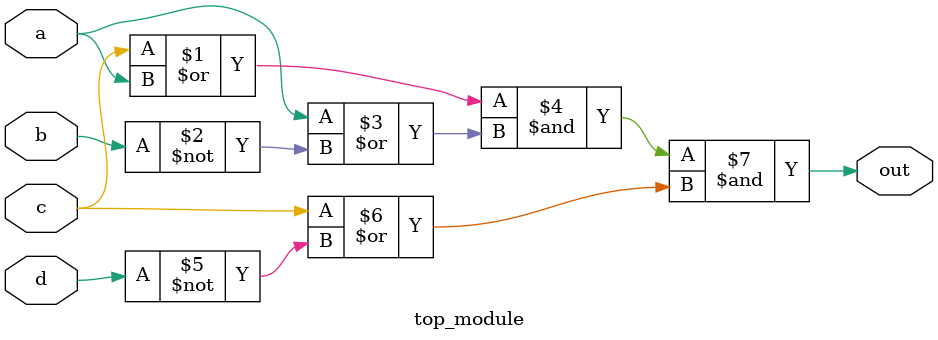
<source format=v>
module top_module (
  input a,
  input b,
  input c,
  input d,
  output out );

  assign out = (c | a) & (a | ~b) & (c | ~d);

endmodule
</source>
